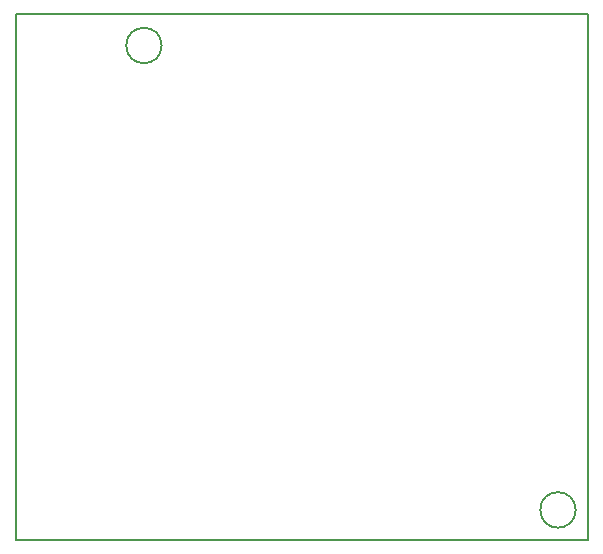
<source format=gbr>
%TF.GenerationSoftware,KiCad,Pcbnew,(7.0.0)*%
%TF.CreationDate,2023-12-20T20:41:28+01:00*%
%TF.ProjectId,board2,626f6172-6432-42e6-9b69-6361645f7063,rev?*%
%TF.SameCoordinates,Original*%
%TF.FileFunction,Profile,NP*%
%FSLAX46Y46*%
G04 Gerber Fmt 4.6, Leading zero omitted, Abs format (unit mm)*
G04 Created by KiCad (PCBNEW (7.0.0)) date 2023-12-20 20:41:28*
%MOMM*%
%LPD*%
G01*
G04 APERTURE LIST*
%TA.AperFunction,Profile*%
%ADD10C,0.200000*%
%TD*%
G04 APERTURE END LIST*
D10*
X177522000Y-96848117D02*
G75*
G03*
X177522000Y-96848117I-1500000J0D01*
G01*
X212574000Y-136168000D02*
G75*
G03*
X212574000Y-136168000I-1500000J0D01*
G01*
X165150800Y-94183200D02*
X213614000Y-94183200D01*
X213614000Y-94183200D02*
X213614000Y-138684000D01*
X213614000Y-138684000D02*
X165150800Y-138684000D01*
X165150800Y-138684000D02*
X165150800Y-94183200D01*
M02*

</source>
